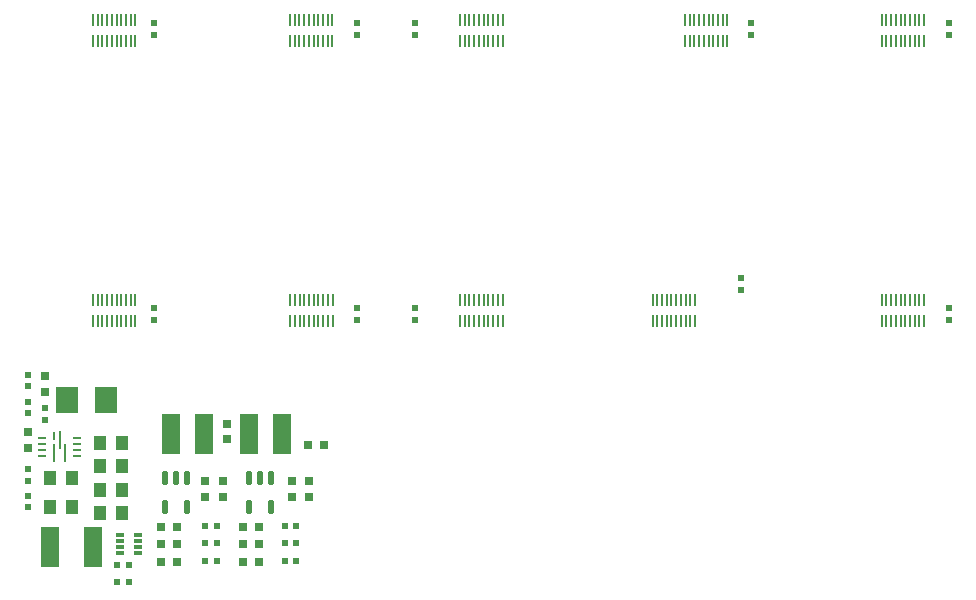
<source format=gbr>
%TF.GenerationSoftware,KiCad,Pcbnew,8.0.1*%
%TF.CreationDate,2024-06-10T11:26:11+05:30*%
%TF.ProjectId,GPIO HAT 2,4750494f-2048-4415-9420-322e6b696361,rev?*%
%TF.SameCoordinates,Original*%
%TF.FileFunction,Paste,Top*%
%TF.FilePolarity,Positive*%
%FSLAX46Y46*%
G04 Gerber Fmt 4.6, Leading zero omitted, Abs format (unit mm)*
G04 Created by KiCad (PCBNEW 8.0.1) date 2024-06-10 11:26:11*
%MOMM*%
%LPD*%
G01*
G04 APERTURE LIST*
G04 Aperture macros list*
%AMRoundRect*
0 Rectangle with rounded corners*
0 $1 Rounding radius*
0 $2 $3 $4 $5 $6 $7 $8 $9 X,Y pos of 4 corners*
0 Add a 4 corners polygon primitive as box body*
4,1,4,$2,$3,$4,$5,$6,$7,$8,$9,$2,$3,0*
0 Add four circle primitives for the rounded corners*
1,1,$1+$1,$2,$3*
1,1,$1+$1,$4,$5*
1,1,$1+$1,$6,$7*
1,1,$1+$1,$8,$9*
0 Add four rect primitives between the rounded corners*
20,1,$1+$1,$2,$3,$4,$5,0*
20,1,$1+$1,$4,$5,$6,$7,0*
20,1,$1+$1,$6,$7,$8,$9,0*
20,1,$1+$1,$8,$9,$2,$3,0*%
G04 Aperture macros list end*
%ADD10R,0.600000X0.500000*%
%ADD11R,0.762000X0.762000*%
%ADD12R,0.500000X0.600000*%
%ADD13R,0.200000X1.000000*%
%ADD14R,1.600000X3.499990*%
%ADD15R,0.660000X0.320000*%
%ADD16R,1.000000X1.270000*%
%ADD17R,0.250000X1.500000*%
%ADD18R,0.700000X0.250000*%
%ADD19R,0.250000X0.700000*%
%ADD20R,1.924000X2.200000*%
%ADD21RoundRect,0.147500X-0.147500X0.457500X-0.147500X-0.457500X0.147500X-0.457500X0.147500X0.457500X0*%
G04 APERTURE END LIST*
D10*
%TO.C,R10*%
X235313800Y-112674400D03*
X235313800Y-113674400D03*
%TD*%
D11*
%TO.C,C7*%
X172282240Y-127308200D03*
X172282240Y-128642210D03*
%TD*%
D12*
%TO.C,R19*%
X179029240Y-134077810D03*
X180029240Y-134077810D03*
%TD*%
D13*
%TO.C,U4*%
X183079800Y-88293800D03*
X182679800Y-88293800D03*
X182279800Y-88293800D03*
X181879800Y-88293800D03*
X181479800Y-88293800D03*
X181079800Y-88293800D03*
X180679800Y-88293800D03*
X180279800Y-88293800D03*
X179879800Y-88293800D03*
X179479800Y-88293800D03*
X179479800Y-90093800D03*
X179879800Y-90093800D03*
X180279800Y-90093800D03*
X180679800Y-90093800D03*
X181079800Y-90093800D03*
X181479800Y-90093800D03*
X181879800Y-90093800D03*
X182279800Y-90093800D03*
X182679800Y-90093800D03*
X183079800Y-90093800D03*
%TD*%
D12*
%TO.C,R16*%
X173262800Y-132588000D03*
X172262800Y-132588000D03*
%TD*%
D13*
%TO.C,U8*%
X213779000Y-111966600D03*
X213379000Y-111966600D03*
X212979000Y-111966600D03*
X212579000Y-111966600D03*
X212179000Y-111966600D03*
X211779000Y-111966600D03*
X211379000Y-111966600D03*
X210979000Y-111966600D03*
X210579000Y-111966600D03*
X210179000Y-111966600D03*
X210179000Y-113766600D03*
X210579000Y-113766600D03*
X210979000Y-113766600D03*
X211379000Y-113766600D03*
X211779000Y-113766600D03*
X212179000Y-113766600D03*
X212579000Y-113766600D03*
X212979000Y-113766600D03*
X213379000Y-113766600D03*
X213779000Y-113766600D03*
%TD*%
D14*
%TO.C,J25*%
X159183650Y-132924113D03*
X162786750Y-132924113D03*
%TD*%
D10*
%TO.C,R4*%
X185178700Y-89585800D03*
X185178700Y-88585800D03*
%TD*%
%TO.C,R12*%
X157302200Y-120599200D03*
X157302200Y-121599200D03*
%TD*%
D11*
%TO.C,C22*%
X181011110Y-124309385D03*
X182345120Y-124309385D03*
%TD*%
%TO.C,C15*%
X157280980Y-123181490D03*
X157280980Y-124515500D03*
%TD*%
%TO.C,C21*%
X179625350Y-127308200D03*
X179625350Y-128642210D03*
%TD*%
D15*
%TO.C,U14*%
X166597000Y-133388800D03*
X166597000Y-132888800D03*
X166597000Y-132388800D03*
X166597000Y-131888800D03*
X165127000Y-131888800D03*
X165127000Y-132388800D03*
X165127000Y-132888800D03*
X165127000Y-133388800D03*
%TD*%
D16*
%TO.C,C14*%
X165273000Y-130067196D03*
X163403000Y-130067196D03*
%TD*%
D11*
%TO.C,C4*%
X168596910Y-131197570D03*
X169930920Y-131197570D03*
%TD*%
D10*
%TO.C,R15*%
X157302200Y-127322715D03*
X157302200Y-126322715D03*
%TD*%
D13*
%TO.C,U5*%
X197478400Y-111966600D03*
X197078400Y-111966600D03*
X196678400Y-111966600D03*
X196278400Y-111966600D03*
X195878400Y-111966600D03*
X195478400Y-111966600D03*
X195078400Y-111966600D03*
X194678400Y-111966600D03*
X194278400Y-111966600D03*
X193878400Y-111966600D03*
X193878400Y-113766600D03*
X194278400Y-113766600D03*
X194678400Y-113766600D03*
X195078400Y-113766600D03*
X195478400Y-113766600D03*
X195878400Y-113766600D03*
X196278400Y-113766600D03*
X196678400Y-113766600D03*
X197078400Y-113766600D03*
X197478400Y-113766600D03*
%TD*%
D10*
%TO.C,R1*%
X167970200Y-112674400D03*
X167970200Y-113674400D03*
%TD*%
D17*
%TO.C,U11*%
X159469500Y-124982895D03*
X160469500Y-124982895D03*
D18*
X161419500Y-125182905D03*
X161419500Y-124682895D03*
X161419500Y-124182905D03*
X161419500Y-123682895D03*
D17*
X159969500Y-123882905D03*
D19*
X159469500Y-123482895D03*
D18*
X158519500Y-123682895D03*
X158519500Y-124182905D03*
X158519500Y-124682895D03*
X158519500Y-125182905D03*
%TD*%
D12*
%TO.C,C5*%
X173262800Y-131165600D03*
X172262800Y-131165600D03*
%TD*%
%TO.C,C44*%
X165862000Y-135890000D03*
X164862000Y-135890000D03*
%TD*%
D10*
%TO.C,R11*%
X157302200Y-118313200D03*
X157302200Y-119313200D03*
%TD*%
D13*
%TO.C,U9*%
X233176400Y-88293800D03*
X232776400Y-88293800D03*
X232376400Y-88293800D03*
X231976400Y-88293800D03*
X231576400Y-88293800D03*
X231176400Y-88293800D03*
X230776400Y-88293800D03*
X230376400Y-88293800D03*
X229976400Y-88293800D03*
X229576400Y-88293800D03*
X229576400Y-90093800D03*
X229976400Y-90093800D03*
X230376400Y-90093800D03*
X230776400Y-90093800D03*
X231176400Y-90093800D03*
X231576400Y-90093800D03*
X231976400Y-90093800D03*
X232376400Y-90093800D03*
X232776400Y-90093800D03*
X233176400Y-90093800D03*
%TD*%
D12*
%TO.C,C19*%
X180029240Y-131165600D03*
X179029240Y-131165600D03*
%TD*%
D10*
%TO.C,R9*%
X235313800Y-89585800D03*
X235313800Y-88585800D03*
%TD*%
%TO.C,R7*%
X218516200Y-89585800D03*
X218516200Y-88585800D03*
%TD*%
D11*
%TO.C,C2*%
X168596910Y-134194685D03*
X169930920Y-134194685D03*
%TD*%
D20*
%TO.C,L2*%
X160593395Y-120483298D03*
X163865795Y-120483298D03*
%TD*%
D14*
%TO.C,L1*%
X169434440Y-123366015D03*
X172234440Y-123366015D03*
%TD*%
D11*
%TO.C,C6*%
X173780840Y-127309985D03*
X173780840Y-128643995D03*
%TD*%
D13*
%TO.C,U6*%
X197478400Y-88293800D03*
X197078400Y-88293800D03*
X196678400Y-88293800D03*
X196278400Y-88293800D03*
X195878400Y-88293800D03*
X195478400Y-88293800D03*
X195078400Y-88293800D03*
X194678400Y-88293800D03*
X194278400Y-88293800D03*
X193878400Y-88293800D03*
X193878400Y-90093800D03*
X194278400Y-90093800D03*
X194678400Y-90093800D03*
X195078400Y-90093800D03*
X195478400Y-90093800D03*
X195878400Y-90093800D03*
X196278400Y-90093800D03*
X196678400Y-90093800D03*
X197078400Y-90093800D03*
X197478400Y-90093800D03*
%TD*%
D11*
%TO.C,C20*%
X181113910Y-127309985D03*
X181113910Y-128643995D03*
%TD*%
D12*
%TO.C,R17*%
X172262800Y-134077810D03*
X173262800Y-134077810D03*
%TD*%
D16*
%TO.C,C12*%
X165273000Y-126066406D03*
X163403000Y-126066406D03*
%TD*%
%TO.C,C9*%
X159135800Y-129507115D03*
X161005800Y-129507115D03*
%TD*%
D21*
%TO.C,U12*%
X170799160Y-127037595D03*
X169849160Y-127037595D03*
X168899160Y-127037595D03*
X168899160Y-129547595D03*
X170799160Y-129547595D03*
%TD*%
D11*
%TO.C,C17*%
X175524930Y-132697955D03*
X176858940Y-132697955D03*
%TD*%
D10*
%TO.C,R14*%
X157302200Y-129557915D03*
X157302200Y-128557915D03*
%TD*%
D13*
%TO.C,U10*%
X233176400Y-111966600D03*
X232776400Y-111966600D03*
X232376400Y-111966600D03*
X231976400Y-111966600D03*
X231576400Y-111966600D03*
X231176400Y-111966600D03*
X230776400Y-111966600D03*
X230376400Y-111966600D03*
X229976400Y-111966600D03*
X229576400Y-111966600D03*
X229576400Y-113766600D03*
X229976400Y-113766600D03*
X230376400Y-113766600D03*
X230776400Y-113766600D03*
X231176400Y-113766600D03*
X231576400Y-113766600D03*
X231976400Y-113766600D03*
X232376400Y-113766600D03*
X232776400Y-113766600D03*
X233176400Y-113766600D03*
%TD*%
%TO.C,U7*%
X216522200Y-88293800D03*
X216122200Y-88293800D03*
X215722200Y-88293800D03*
X215322200Y-88293800D03*
X214922200Y-88293800D03*
X214522200Y-88293800D03*
X214122200Y-88293800D03*
X213722200Y-88293800D03*
X213322200Y-88293800D03*
X212922200Y-88293800D03*
X212922200Y-90093800D03*
X213322200Y-90093800D03*
X213722200Y-90093800D03*
X214122200Y-90093800D03*
X214522200Y-90093800D03*
X214922200Y-90093800D03*
X215322200Y-90093800D03*
X215722200Y-90093800D03*
X216122200Y-90093800D03*
X216522200Y-90093800D03*
%TD*%
D10*
%TO.C,R5*%
X190042800Y-112674400D03*
X190042800Y-113674400D03*
%TD*%
%TO.C,R2*%
X167970200Y-89585800D03*
X167970200Y-88585800D03*
%TD*%
D16*
%TO.C,C13*%
X165273000Y-128066800D03*
X163403000Y-128066800D03*
%TD*%
D10*
%TO.C,R6*%
X190042800Y-89585800D03*
X190042800Y-88585800D03*
%TD*%
%TO.C,R3*%
X185178700Y-112674400D03*
X185178700Y-113674400D03*
%TD*%
%TO.C,R13*%
X158753600Y-122174365D03*
X158753600Y-121174365D03*
%TD*%
D13*
%TO.C,U2*%
X166402800Y-88293800D03*
X166002800Y-88293800D03*
X165602800Y-88293800D03*
X165202800Y-88293800D03*
X164802800Y-88293800D03*
X164402800Y-88293800D03*
X164002800Y-88293800D03*
X163602800Y-88293800D03*
X163202800Y-88293800D03*
X162802800Y-88293800D03*
X162802800Y-90093800D03*
X163202800Y-90093800D03*
X163602800Y-90093800D03*
X164002800Y-90093800D03*
X164402800Y-90093800D03*
X164802800Y-90093800D03*
X165202800Y-90093800D03*
X165602800Y-90093800D03*
X166002800Y-90093800D03*
X166402800Y-90093800D03*
%TD*%
D11*
%TO.C,C1*%
X158765360Y-119787425D03*
X158765360Y-118453415D03*
%TD*%
D12*
%TO.C,R18*%
X180029240Y-132588000D03*
X179029240Y-132588000D03*
%TD*%
D10*
%TO.C,R8*%
X217678000Y-110134400D03*
X217678000Y-111134400D03*
%TD*%
D21*
%TO.C,U13*%
X177886400Y-127037595D03*
X176936400Y-127037595D03*
X175986400Y-127037595D03*
X175986400Y-129547595D03*
X177886400Y-129547595D03*
%TD*%
D13*
%TO.C,U3*%
X183096200Y-111966600D03*
X182696200Y-111966600D03*
X182296200Y-111966600D03*
X181896200Y-111966600D03*
X181496200Y-111966600D03*
X181096200Y-111966600D03*
X180696200Y-111966600D03*
X180296200Y-111966600D03*
X179896200Y-111966600D03*
X179496200Y-111966600D03*
X179496200Y-113766600D03*
X179896200Y-113766600D03*
X180296200Y-113766600D03*
X180696200Y-113766600D03*
X181096200Y-113766600D03*
X181496200Y-113766600D03*
X181896200Y-113766600D03*
X182296200Y-113766600D03*
X182696200Y-113766600D03*
X183096200Y-113766600D03*
%TD*%
D11*
%TO.C,C16*%
X175524930Y-134194685D03*
X176858940Y-134194685D03*
%TD*%
D14*
%TO.C,L3*%
X176044400Y-123367800D03*
X178844400Y-123367800D03*
%TD*%
D16*
%TO.C,C10*%
X159135800Y-127043315D03*
X161005800Y-127043315D03*
%TD*%
D11*
%TO.C,C8*%
X174167160Y-123808285D03*
X174167160Y-122474275D03*
%TD*%
D13*
%TO.C,U1*%
X166402800Y-111966600D03*
X166002800Y-111966600D03*
X165602800Y-111966600D03*
X165202800Y-111966600D03*
X164802800Y-111966600D03*
X164402800Y-111966600D03*
X164002800Y-111966600D03*
X163602800Y-111966600D03*
X163202800Y-111966600D03*
X162802800Y-111966600D03*
X162802800Y-113766600D03*
X163202800Y-113766600D03*
X163602800Y-113766600D03*
X164002800Y-113766600D03*
X164402800Y-113766600D03*
X164802800Y-113766600D03*
X165202800Y-113766600D03*
X165602800Y-113766600D03*
X166002800Y-113766600D03*
X166402800Y-113766600D03*
%TD*%
D11*
%TO.C,C3*%
X168596910Y-132697955D03*
X169930920Y-132697955D03*
%TD*%
%TO.C,C18*%
X175524930Y-131197570D03*
X176858940Y-131197570D03*
%TD*%
D12*
%TO.C,R22*%
X164871400Y-134467600D03*
X165871400Y-134467600D03*
%TD*%
D16*
%TO.C,C11*%
X165273000Y-124123596D03*
X163403000Y-124123596D03*
%TD*%
M02*

</source>
